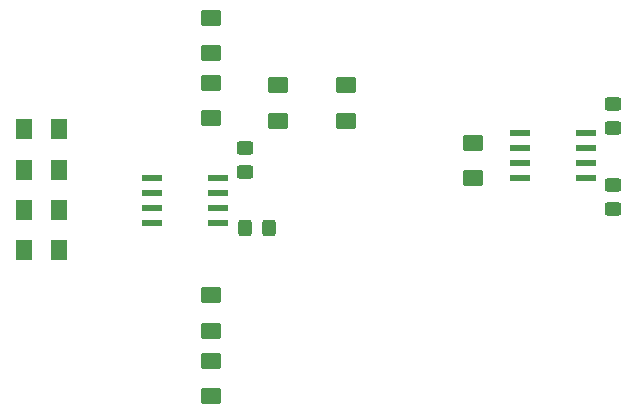
<source format=gbr>
%TF.GenerationSoftware,KiCad,Pcbnew,7.0.7-7.0.7~ubuntu22.04.1*%
%TF.CreationDate,2024-07-22T06:27:45-04:00*%
%TF.ProjectId,adjustable_instamp,61646a75-7374-4616-926c-655f696e7374,rev?*%
%TF.SameCoordinates,Original*%
%TF.FileFunction,Paste,Top*%
%TF.FilePolarity,Positive*%
%FSLAX46Y46*%
G04 Gerber Fmt 4.6, Leading zero omitted, Abs format (unit mm)*
G04 Created by KiCad (PCBNEW 7.0.7-7.0.7~ubuntu22.04.1) date 2024-07-22 06:27:45*
%MOMM*%
%LPD*%
G01*
G04 APERTURE LIST*
G04 Aperture macros list*
%AMRoundRect*
0 Rectangle with rounded corners*
0 $1 Rounding radius*
0 $2 $3 $4 $5 $6 $7 $8 $9 X,Y pos of 4 corners*
0 Add a 4 corners polygon primitive as box body*
4,1,4,$2,$3,$4,$5,$6,$7,$8,$9,$2,$3,0*
0 Add four circle primitives for the rounded corners*
1,1,$1+$1,$2,$3*
1,1,$1+$1,$4,$5*
1,1,$1+$1,$6,$7*
1,1,$1+$1,$8,$9*
0 Add four rect primitives between the rounded corners*
20,1,$1+$1,$2,$3,$4,$5,0*
20,1,$1+$1,$4,$5,$6,$7,0*
20,1,$1+$1,$6,$7,$8,$9,0*
20,1,$1+$1,$8,$9,$2,$3,0*%
G04 Aperture macros list end*
%ADD10RoundRect,0.250001X-0.462499X-0.624999X0.462499X-0.624999X0.462499X0.624999X-0.462499X0.624999X0*%
%ADD11RoundRect,0.250001X-0.624999X0.462499X-0.624999X-0.462499X0.624999X-0.462499X0.624999X0.462499X0*%
%ADD12RoundRect,0.250001X0.624999X-0.462499X0.624999X0.462499X-0.624999X0.462499X-0.624999X-0.462499X0*%
%ADD13RoundRect,0.250000X-0.450000X0.325000X-0.450000X-0.325000X0.450000X-0.325000X0.450000X0.325000X0*%
%ADD14R,1.750000X0.600000*%
%ADD15RoundRect,0.250000X-0.325000X-0.450000X0.325000X-0.450000X0.325000X0.450000X-0.325000X0.450000X0*%
G04 APERTURE END LIST*
D10*
%TO.C,R9*%
X128304500Y-81399000D03*
X131279500Y-81399000D03*
%TD*%
%TO.C,R11*%
X128304500Y-88179000D03*
X131279500Y-88179000D03*
%TD*%
%TO.C,R10*%
X128304500Y-84789000D03*
X131279500Y-84789000D03*
%TD*%
%TO.C,R12*%
X128304500Y-91569000D03*
X131279500Y-91569000D03*
%TD*%
D11*
%TO.C,R1*%
X144145000Y-77470000D03*
X144145000Y-80445000D03*
%TD*%
D12*
%TO.C,D1*%
X144145000Y-74930000D03*
X144145000Y-71955000D03*
%TD*%
D11*
%TO.C,R6*%
X149860000Y-77670000D03*
X149860000Y-80645000D03*
%TD*%
%TO.C,R2*%
X144145000Y-100965000D03*
X144145000Y-103940000D03*
%TD*%
%TO.C,R4*%
X166370000Y-82550000D03*
X166370000Y-85525000D03*
%TD*%
D13*
%TO.C,C7*%
X178181000Y-86106000D03*
X178181000Y-88156000D03*
%TD*%
D12*
%TO.C,D2*%
X144145000Y-98425000D03*
X144145000Y-95450000D03*
%TD*%
D14*
%TO.C,U1*%
X139192000Y-85471000D03*
X139192000Y-86741000D03*
X139192000Y-88011000D03*
X139192000Y-89281000D03*
X144792000Y-89281000D03*
X144792000Y-88011000D03*
X144792000Y-86741000D03*
X144792000Y-85471000D03*
%TD*%
D15*
%TO.C,C6*%
X147072000Y-89771000D03*
X149122000Y-89771000D03*
%TD*%
D11*
%TO.C,R7*%
X155575000Y-77670000D03*
X155575000Y-80645000D03*
%TD*%
D13*
%TO.C,C5*%
X147072000Y-82931000D03*
X147072000Y-84981000D03*
%TD*%
%TO.C,C8*%
X178181000Y-79230000D03*
X178181000Y-81280000D03*
%TD*%
D14*
%TO.C,U2*%
X170295000Y-81715000D03*
X170295000Y-82985000D03*
X170295000Y-84255000D03*
X170295000Y-85525000D03*
X175895000Y-85525000D03*
X175895000Y-84255000D03*
X175895000Y-82985000D03*
X175895000Y-81715000D03*
%TD*%
M02*

</source>
